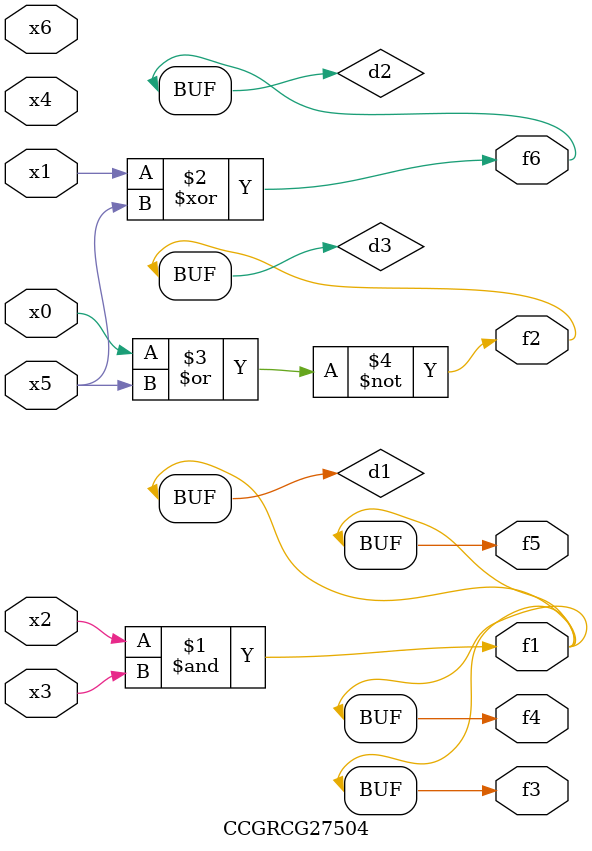
<source format=v>
module CCGRCG27504(
	input x0, x1, x2, x3, x4, x5, x6,
	output f1, f2, f3, f4, f5, f6
);

	wire d1, d2, d3;

	and (d1, x2, x3);
	xor (d2, x1, x5);
	nor (d3, x0, x5);
	assign f1 = d1;
	assign f2 = d3;
	assign f3 = d1;
	assign f4 = d1;
	assign f5 = d1;
	assign f6 = d2;
endmodule

</source>
